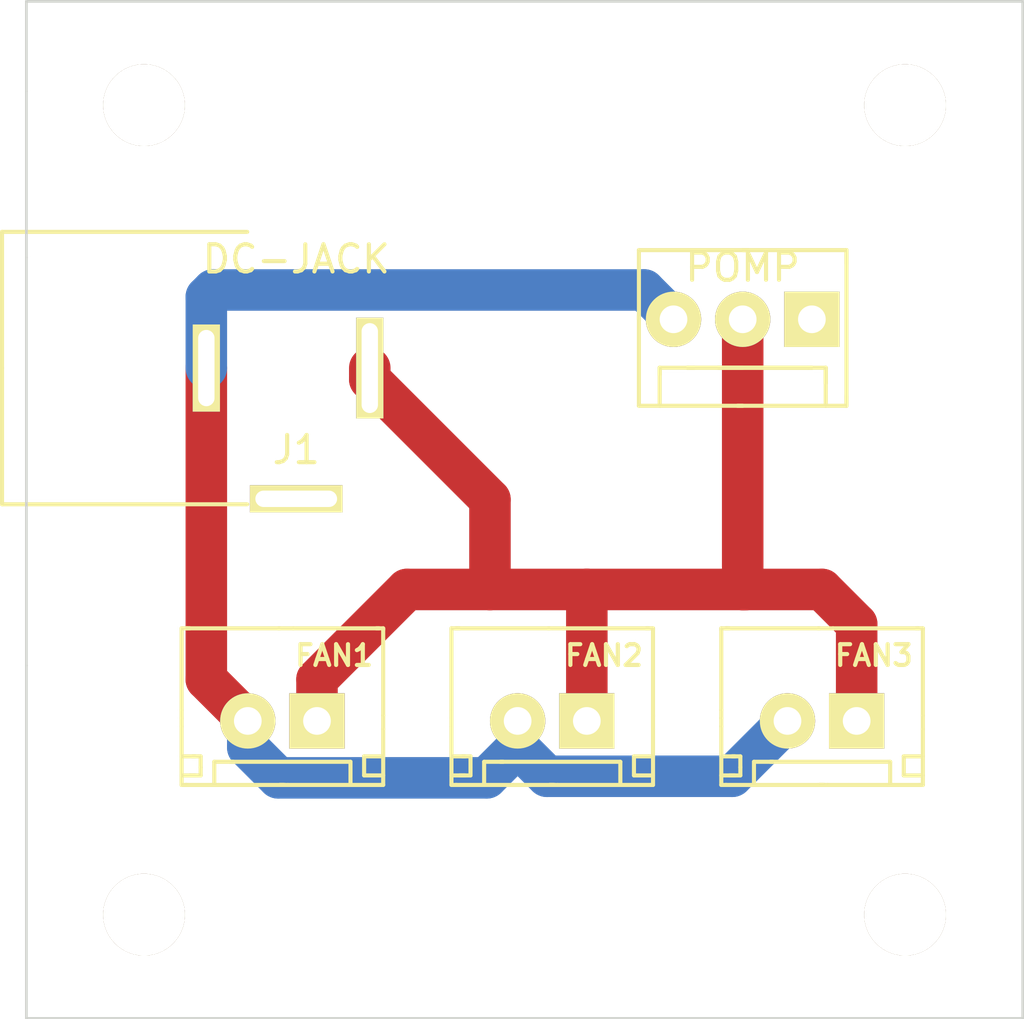
<source format=kicad_pcb>
(kicad_pcb (version 20171130) (host pcbnew "(5.1.12)-1")

  (general
    (thickness 1.6)
    (drawings 7)
    (tracks 29)
    (zones 0)
    (modules 9)
    (nets 3)
  )

  (page A3)
  (title_block
    (title "Water Cool PCB")
    (rev 1.0.0)
  )

  (layers
    (0 F.Cu signal)
    (31 B.Cu signal)
    (32 B.Adhes user hide)
    (33 F.Adhes user hide)
    (34 B.Paste user)
    (35 F.Paste user)
    (36 B.SilkS user)
    (37 F.SilkS user)
    (38 B.Mask user)
    (39 F.Mask user)
    (40 Dwgs.User user)
    (41 Cmts.User user)
    (42 Eco1.User user)
    (43 Eco2.User user)
    (44 Edge.Cuts user)
  )

  (setup
    (last_trace_width 0.254)
    (trace_clearance 0.254)
    (zone_clearance 0.508)
    (zone_45_only no)
    (trace_min 0.254)
    (via_size 0.889)
    (via_drill 0.635)
    (via_min_size 0.59944)
    (via_min_drill 0.39878)
    (uvia_size 0.508)
    (uvia_drill 0.127)
    (uvias_allowed no)
    (uvia_min_size 0.508)
    (uvia_min_drill 0.127)
    (edge_width 0.1)
    (segment_width 0.2)
    (pcb_text_width 0.3)
    (pcb_text_size 1.5 1.5)
    (mod_edge_width 0.15)
    (mod_text_size 1 1)
    (mod_text_width 0.15)
    (pad_size 2.032 2.032)
    (pad_drill 1.016)
    (pad_to_mask_clearance 0)
    (aux_axis_origin 0 0)
    (visible_elements 7FFFFFFF)
    (pcbplotparams
      (layerselection 0x00030_ffffffff)
      (usegerberextensions true)
      (usegerberattributes true)
      (usegerberadvancedattributes true)
      (creategerberjobfile true)
      (excludeedgelayer true)
      (linewidth 0.150000)
      (plotframeref false)
      (viasonmask false)
      (mode 1)
      (useauxorigin false)
      (hpglpennumber 1)
      (hpglpenspeed 20)
      (hpglpendiameter 15.000000)
      (psnegative false)
      (psa4output false)
      (plotreference true)
      (plotvalue true)
      (plotinvisibletext false)
      (padsonsilk false)
      (subtractmaskfromsilk true)
      (outputformat 1)
      (mirror false)
      (drillshape 0)
      (scaleselection 1)
      (outputdirectory "Gaber/"))
  )

  (net 0 "")
  (net 1 +12V)
  (net 2 GND)

  (net_class Default "これは標準のネット クラスです。"
    (clearance 0.254)
    (trace_width 0.254)
    (via_dia 0.889)
    (via_drill 0.635)
    (uvia_dia 0.508)
    (uvia_drill 0.127)
  )

  (net_class 12V ""
    (clearance 0.254)
    (trace_width 1.524)
    (via_dia 1.143)
    (via_drill 0.889)
    (uvia_dia 0.508)
    (uvia_drill 0.127)
    (add_net +12V)
    (add_net GND)
  )

  (module DC-005 (layer F.Cu) (tedit 55CC3F9B) (tstamp 55CE7E7D)
    (at 54.61 34.29)
    (path /55CC38E6)
    (fp_text reference J1 (at 0 3) (layer F.SilkS)
      (effects (font (size 1 1) (thickness 0.15)))
    )
    (fp_text value DC-JACK (at 0 -4) (layer F.SilkS)
      (effects (font (size 1 1) (thickness 0.15)))
    )
    (fp_line (start -10.8 0) (end -10.8 -5) (layer F.SilkS) (width 0.15))
    (fp_line (start -10.8 5) (end -1.8 5) (layer F.SilkS) (width 0.15))
    (fp_line (start -10.8 0) (end -10.8 5) (layer F.SilkS) (width 0.15))
    (fp_line (start -10.8 -5) (end -1.8 -5) (layer F.SilkS) (width 0.15))
    (pad 1 thru_hole trapezoid (at 2.7 0) (size 1 3.7) (drill oval 0.6 3.3) (layers *.Cu *.Mask F.SilkS)
      (net 1 +12V))
    (pad 2 thru_hole rect (at -3.3 0) (size 1 3.2) (drill oval 0.6 2.8) (layers *.Cu *.Mask F.SilkS)
      (net 2 GND))
    (pad 3 thru_hole rect (at 0 4.8) (size 3.4 1) (drill oval 3 0.6) (layers *.Cu *.Mask F.SilkS))
  )

  (module B2B-XH-A (layer F.Cu) (tedit 559CFB2A) (tstamp 55CE7EA6)
    (at 54.102 47.244 180)
    (descr "Connecteurs 2 pins")
    (tags "CONN DEV")
    (path /55CC3A85)
    (fp_text reference J3 (at 0 -1.99898 180) (layer F.SilkS) hide
      (effects (font (size 0.762 0.762) (thickness 0.1524)))
    )
    (fp_text value FAN1 (at -1.9 2.4 180) (layer F.SilkS)
      (effects (font (size 0.762 0.762) (thickness 0.1524)))
    )
    (fp_line (start -3.7 -0.3) (end -3.7 0.2) (layer F.SilkS) (width 0.15))
    (fp_line (start 3.7 0.1) (end 3.7 0.4) (layer F.SilkS) (width 0.15))
    (fp_line (start 3.7 -0.2) (end 3.7 0.1) (layer F.SilkS) (width 0.15))
    (fp_line (start 0.1 -2.35) (end -0.2 -2.35) (layer F.SilkS) (width 0.15))
    (fp_line (start -0.05 -2.35) (end 0.1 -2.35) (layer F.SilkS) (width 0.15))
    (fp_line (start -0.4 3.4) (end -3.55 3.4) (layer F.SilkS) (width 0.15))
    (fp_line (start 0.15 3.4) (end -0.4 3.4) (layer F.SilkS) (width 0.15))
    (fp_line (start -3.7 3.4) (end -3.45 3.4) (layer F.SilkS) (width 0.15))
    (fp_line (start -3.7 3.35) (end -3.7 3.4) (layer F.SilkS) (width 0.15))
    (fp_line (start -3.7 0.2) (end -3.7 3.35) (layer F.SilkS) (width 0.15))
    (fp_line (start 3.5 3.4) (end 3.55 3.4) (layer F.SilkS) (width 0.15))
    (fp_line (start 0.1 3.4) (end 3.5 3.4) (layer F.SilkS) (width 0.15))
    (fp_line (start 3.7 3.4) (end 3.4 3.4) (layer F.SilkS) (width 0.15))
    (fp_line (start 3.7 3.35) (end 3.7 3.4) (layer F.SilkS) (width 0.15))
    (fp_line (start 3.7 0.4) (end 3.7 3.35) (layer F.SilkS) (width 0.15))
    (fp_line (start -3.6 -2.35) (end -3.65 -2.35) (layer F.SilkS) (width 0.15))
    (fp_line (start -0.2 -2.35) (end -3.6 -2.35) (layer F.SilkS) (width 0.15))
    (fp_line (start -0.1 -2.35) (end 3.55 -2.35) (layer F.SilkS) (width 0.15))
    (fp_line (start -3.7 -2.35) (end -3.65 -2.35) (layer F.SilkS) (width 0.15))
    (fp_line (start -3.7 -0.3) (end -3.7 -2.35) (layer F.SilkS) (width 0.15))
    (fp_line (start 3.7 -2.35) (end 3.5 -2.35) (layer F.SilkS) (width 0.15))
    (fp_line (start 3.7 -0.2) (end 3.7 -2.35) (layer F.SilkS) (width 0.15))
    (fp_line (start -2.5 -1.5) (end 1.9 -1.5) (layer F.SilkS) (width 0.15))
    (fp_line (start -2.5 -2.3) (end -2.5 -1.5) (layer F.SilkS) (width 0.15))
    (fp_line (start 2.5 -1.5) (end 2.5 -2.3) (layer F.SilkS) (width 0.15))
    (fp_line (start 1.8 -1.5) (end 2.5 -1.5) (layer F.SilkS) (width 0.15))
    (fp_line (start -3 -1.3) (end -3.7 -1.3) (layer F.SilkS) (width 0.15))
    (fp_line (start -3 -2) (end -3 -1.3) (layer F.SilkS) (width 0.15))
    (fp_line (start -3.7 -2) (end -3 -2) (layer F.SilkS) (width 0.15))
    (fp_line (start 3.7 -1.3) (end 3.2 -1.3) (layer F.SilkS) (width 0.15))
    (fp_line (start 3.7 -2) (end 3.2 -2) (layer F.SilkS) (width 0.15))
    (fp_line (start 3 -1.3) (end 3.3 -1.3) (layer F.SilkS) (width 0.15))
    (fp_line (start 3 -1.7) (end 3 -1.3) (layer F.SilkS) (width 0.15))
    (fp_line (start 3 -2) (end 3.4 -2) (layer F.SilkS) (width 0.15))
    (fp_line (start 3 -1.7) (end 3 -2) (layer F.SilkS) (width 0.15))
    (pad 1 thru_hole rect (at -1.27 0 180) (size 2.032 2.032) (drill 1.016) (layers *.Cu *.Mask F.SilkS)
      (net 1 +12V))
    (pad 2 thru_hole circle (at 1.27 0 180) (size 2.032 2.032) (drill 1.016) (layers *.Cu *.Mask F.SilkS)
      (net 2 GND))
    (model pin_array/pins_array_2x1.wrl
      (at (xyz 0 0 0))
      (scale (xyz 1 1 1))
      (rotate (xyz 0 0 0))
    )
  )

  (module B2B-XH-A (layer F.Cu) (tedit 559CFB2A) (tstamp 55CE7ECF)
    (at 64.008 47.244 180)
    (descr "Connecteurs 2 pins")
    (tags "CONN DEV")
    (path /55CC3A92)
    (fp_text reference J4 (at 0 -1.99898 180) (layer F.SilkS) hide
      (effects (font (size 0.762 0.762) (thickness 0.1524)))
    )
    (fp_text value FAN2 (at -1.9 2.4 180) (layer F.SilkS)
      (effects (font (size 0.762 0.762) (thickness 0.1524)))
    )
    (fp_line (start -3.7 -0.3) (end -3.7 0.2) (layer F.SilkS) (width 0.15))
    (fp_line (start 3.7 0.1) (end 3.7 0.4) (layer F.SilkS) (width 0.15))
    (fp_line (start 3.7 -0.2) (end 3.7 0.1) (layer F.SilkS) (width 0.15))
    (fp_line (start 0.1 -2.35) (end -0.2 -2.35) (layer F.SilkS) (width 0.15))
    (fp_line (start -0.05 -2.35) (end 0.1 -2.35) (layer F.SilkS) (width 0.15))
    (fp_line (start -0.4 3.4) (end -3.55 3.4) (layer F.SilkS) (width 0.15))
    (fp_line (start 0.15 3.4) (end -0.4 3.4) (layer F.SilkS) (width 0.15))
    (fp_line (start -3.7 3.4) (end -3.45 3.4) (layer F.SilkS) (width 0.15))
    (fp_line (start -3.7 3.35) (end -3.7 3.4) (layer F.SilkS) (width 0.15))
    (fp_line (start -3.7 0.2) (end -3.7 3.35) (layer F.SilkS) (width 0.15))
    (fp_line (start 3.5 3.4) (end 3.55 3.4) (layer F.SilkS) (width 0.15))
    (fp_line (start 0.1 3.4) (end 3.5 3.4) (layer F.SilkS) (width 0.15))
    (fp_line (start 3.7 3.4) (end 3.4 3.4) (layer F.SilkS) (width 0.15))
    (fp_line (start 3.7 3.35) (end 3.7 3.4) (layer F.SilkS) (width 0.15))
    (fp_line (start 3.7 0.4) (end 3.7 3.35) (layer F.SilkS) (width 0.15))
    (fp_line (start -3.6 -2.35) (end -3.65 -2.35) (layer F.SilkS) (width 0.15))
    (fp_line (start -0.2 -2.35) (end -3.6 -2.35) (layer F.SilkS) (width 0.15))
    (fp_line (start -0.1 -2.35) (end 3.55 -2.35) (layer F.SilkS) (width 0.15))
    (fp_line (start -3.7 -2.35) (end -3.65 -2.35) (layer F.SilkS) (width 0.15))
    (fp_line (start -3.7 -0.3) (end -3.7 -2.35) (layer F.SilkS) (width 0.15))
    (fp_line (start 3.7 -2.35) (end 3.5 -2.35) (layer F.SilkS) (width 0.15))
    (fp_line (start 3.7 -0.2) (end 3.7 -2.35) (layer F.SilkS) (width 0.15))
    (fp_line (start -2.5 -1.5) (end 1.9 -1.5) (layer F.SilkS) (width 0.15))
    (fp_line (start -2.5 -2.3) (end -2.5 -1.5) (layer F.SilkS) (width 0.15))
    (fp_line (start 2.5 -1.5) (end 2.5 -2.3) (layer F.SilkS) (width 0.15))
    (fp_line (start 1.8 -1.5) (end 2.5 -1.5) (layer F.SilkS) (width 0.15))
    (fp_line (start -3 -1.3) (end -3.7 -1.3) (layer F.SilkS) (width 0.15))
    (fp_line (start -3 -2) (end -3 -1.3) (layer F.SilkS) (width 0.15))
    (fp_line (start -3.7 -2) (end -3 -2) (layer F.SilkS) (width 0.15))
    (fp_line (start 3.7 -1.3) (end 3.2 -1.3) (layer F.SilkS) (width 0.15))
    (fp_line (start 3.7 -2) (end 3.2 -2) (layer F.SilkS) (width 0.15))
    (fp_line (start 3 -1.3) (end 3.3 -1.3) (layer F.SilkS) (width 0.15))
    (fp_line (start 3 -1.7) (end 3 -1.3) (layer F.SilkS) (width 0.15))
    (fp_line (start 3 -2) (end 3.4 -2) (layer F.SilkS) (width 0.15))
    (fp_line (start 3 -1.7) (end 3 -2) (layer F.SilkS) (width 0.15))
    (pad 1 thru_hole rect (at -1.27 0 180) (size 2.032 2.032) (drill 1.016) (layers *.Cu *.Mask F.SilkS)
      (net 1 +12V))
    (pad 2 thru_hole circle (at 1.27 0 180) (size 2.032 2.032) (drill 1.016) (layers *.Cu *.Mask F.SilkS)
      (net 2 GND))
    (model pin_array/pins_array_2x1.wrl
      (at (xyz 0 0 0))
      (scale (xyz 1 1 1))
      (rotate (xyz 0 0 0))
    )
  )

  (module B2B-XH-A (layer F.Cu) (tedit 559CFB2A) (tstamp 55CE7EF8)
    (at 73.914 47.244 180)
    (descr "Connecteurs 2 pins")
    (tags "CONN DEV")
    (path /55CC3A98)
    (fp_text reference J5 (at 0 -1.99898 180) (layer F.SilkS) hide
      (effects (font (size 0.762 0.762) (thickness 0.1524)))
    )
    (fp_text value FAN3 (at -1.9 2.4 180) (layer F.SilkS)
      (effects (font (size 0.762 0.762) (thickness 0.1524)))
    )
    (fp_line (start -3.7 -0.3) (end -3.7 0.2) (layer F.SilkS) (width 0.15))
    (fp_line (start 3.7 0.1) (end 3.7 0.4) (layer F.SilkS) (width 0.15))
    (fp_line (start 3.7 -0.2) (end 3.7 0.1) (layer F.SilkS) (width 0.15))
    (fp_line (start 0.1 -2.35) (end -0.2 -2.35) (layer F.SilkS) (width 0.15))
    (fp_line (start -0.05 -2.35) (end 0.1 -2.35) (layer F.SilkS) (width 0.15))
    (fp_line (start -0.4 3.4) (end -3.55 3.4) (layer F.SilkS) (width 0.15))
    (fp_line (start 0.15 3.4) (end -0.4 3.4) (layer F.SilkS) (width 0.15))
    (fp_line (start -3.7 3.4) (end -3.45 3.4) (layer F.SilkS) (width 0.15))
    (fp_line (start -3.7 3.35) (end -3.7 3.4) (layer F.SilkS) (width 0.15))
    (fp_line (start -3.7 0.2) (end -3.7 3.35) (layer F.SilkS) (width 0.15))
    (fp_line (start 3.5 3.4) (end 3.55 3.4) (layer F.SilkS) (width 0.15))
    (fp_line (start 0.1 3.4) (end 3.5 3.4) (layer F.SilkS) (width 0.15))
    (fp_line (start 3.7 3.4) (end 3.4 3.4) (layer F.SilkS) (width 0.15))
    (fp_line (start 3.7 3.35) (end 3.7 3.4) (layer F.SilkS) (width 0.15))
    (fp_line (start 3.7 0.4) (end 3.7 3.35) (layer F.SilkS) (width 0.15))
    (fp_line (start -3.6 -2.35) (end -3.65 -2.35) (layer F.SilkS) (width 0.15))
    (fp_line (start -0.2 -2.35) (end -3.6 -2.35) (layer F.SilkS) (width 0.15))
    (fp_line (start -0.1 -2.35) (end 3.55 -2.35) (layer F.SilkS) (width 0.15))
    (fp_line (start -3.7 -2.35) (end -3.65 -2.35) (layer F.SilkS) (width 0.15))
    (fp_line (start -3.7 -0.3) (end -3.7 -2.35) (layer F.SilkS) (width 0.15))
    (fp_line (start 3.7 -2.35) (end 3.5 -2.35) (layer F.SilkS) (width 0.15))
    (fp_line (start 3.7 -0.2) (end 3.7 -2.35) (layer F.SilkS) (width 0.15))
    (fp_line (start -2.5 -1.5) (end 1.9 -1.5) (layer F.SilkS) (width 0.15))
    (fp_line (start -2.5 -2.3) (end -2.5 -1.5) (layer F.SilkS) (width 0.15))
    (fp_line (start 2.5 -1.5) (end 2.5 -2.3) (layer F.SilkS) (width 0.15))
    (fp_line (start 1.8 -1.5) (end 2.5 -1.5) (layer F.SilkS) (width 0.15))
    (fp_line (start -3 -1.3) (end -3.7 -1.3) (layer F.SilkS) (width 0.15))
    (fp_line (start -3 -2) (end -3 -1.3) (layer F.SilkS) (width 0.15))
    (fp_line (start -3.7 -2) (end -3 -2) (layer F.SilkS) (width 0.15))
    (fp_line (start 3.7 -1.3) (end 3.2 -1.3) (layer F.SilkS) (width 0.15))
    (fp_line (start 3.7 -2) (end 3.2 -2) (layer F.SilkS) (width 0.15))
    (fp_line (start 3 -1.3) (end 3.3 -1.3) (layer F.SilkS) (width 0.15))
    (fp_line (start 3 -1.7) (end 3 -1.3) (layer F.SilkS) (width 0.15))
    (fp_line (start 3 -2) (end 3.4 -2) (layer F.SilkS) (width 0.15))
    (fp_line (start 3 -1.7) (end 3 -2) (layer F.SilkS) (width 0.15))
    (pad 1 thru_hole rect (at -1.27 0 180) (size 2.032 2.032) (drill 1.016) (layers *.Cu *.Mask F.SilkS)
      (net 1 +12V))
    (pad 2 thru_hole circle (at 1.27 0 180) (size 2.032 2.032) (drill 1.016) (layers *.Cu *.Mask F.SilkS)
      (net 2 GND))
    (model pin_array/pins_array_2x1.wrl
      (at (xyz 0 0 0))
      (scale (xyz 1 1 1))
      (rotate (xyz 0 0 0))
    )
  )

  (module HOLE_M3 (layer F.Cu) (tedit 50EFFF5E) (tstamp 55CF67F0)
    (at 49.022 24.638)
    (fp_text reference Ref**_4 (at 0 0) (layer F.SilkS) hide
      (effects (font (size 1.00076 1.00076) (thickness 0.20066)))
    )
    (fp_text value Val** (at 0 0) (layer F.SilkS) hide
      (effects (font (size 1.00076 1.00076) (thickness 0.20066)))
    )
    (pad "" thru_hole circle (at 0 0) (size 2.99974 2.99974) (drill 2.99974) (layers *.Cu *.Mask F.SilkS)
      (clearance 1.50114))
  )

  (module HOLE_M3 (layer F.Cu) (tedit 50EFFF5E) (tstamp 55CF67F9)
    (at 76.962 24.638)
    (fp_text reference Ref**_3 (at 0 0) (layer F.SilkS) hide
      (effects (font (size 1.00076 1.00076) (thickness 0.20066)))
    )
    (fp_text value Val** (at 0 0) (layer F.SilkS) hide
      (effects (font (size 1.00076 1.00076) (thickness 0.20066)))
    )
    (pad "" thru_hole circle (at 0 0) (size 2.99974 2.99974) (drill 2.99974) (layers *.Cu *.Mask F.SilkS)
      (clearance 1.50114))
  )

  (module HOLE_M3 (layer F.Cu) (tedit 50EFFF5E) (tstamp 55CF6802)
    (at 49.022 54.356)
    (fp_text reference Ref**_2 (at 0 0) (layer F.SilkS) hide
      (effects (font (size 1.00076 1.00076) (thickness 0.20066)))
    )
    (fp_text value Val** (at 0 0) (layer F.SilkS) hide
      (effects (font (size 1.00076 1.00076) (thickness 0.20066)))
    )
    (pad "" thru_hole circle (at 0 0) (size 2.99974 2.99974) (drill 2.99974) (layers *.Cu *.Mask F.SilkS)
      (clearance 1.50114))
  )

  (module HOLE_M3 (layer F.Cu) (tedit 50EFFF5E) (tstamp 55CF6886)
    (at 76.962 54.356)
    (fp_text reference Ref** (at 0 0) (layer F.SilkS) hide
      (effects (font (size 1.00076 1.00076) (thickness 0.20066)))
    )
    (fp_text value Val** (at 0 0) (layer F.SilkS) hide
      (effects (font (size 1.00076 1.00076) (thickness 0.20066)))
    )
    (pad "" thru_hole circle (at 0 0) (size 2.99974 2.99974) (drill 2.99974) (layers *.Cu *.Mask F.SilkS)
      (clearance 1.50114))
  )

  (module 640454-3 (layer F.Cu) (tedit 5691DA6E) (tstamp 5691DC68)
    (at 71 32.5 180)
    (path /5691DB1A)
    (fp_text reference J2 (at 0 -2.3495 180) (layer F.SilkS) hide
      (effects (font (size 1 1) (thickness 0.15)))
    )
    (fp_text value POMP (at 0 1.905 180) (layer F.SilkS)
      (effects (font (size 1 1) (thickness 0.15)))
    )
    (fp_line (start 0 -3.175) (end 3.81 -3.175) (layer F.SilkS) (width 0.15))
    (fp_line (start -3.81 0) (end -3.81 2.54) (layer F.SilkS) (width 0.15))
    (fp_line (start -3.81 0) (end -3.81 -3.175) (layer F.SilkS) (width 0.15))
    (fp_line (start 3.81 0) (end 3.81 2.54) (layer F.SilkS) (width 0.15))
    (fp_line (start 3.81 0.127) (end 3.81 -3.175) (layer F.SilkS) (width 0.15))
    (fp_line (start -2.54 -1.778) (end 2.032 -1.778) (layer F.SilkS) (width 0.15))
    (fp_line (start 0.889 -1.778) (end -2.54 -1.778) (layer F.SilkS) (width 0.15))
    (fp_line (start 0 -1.778) (end 0.889 -1.778) (layer F.SilkS) (width 0.15))
    (fp_line (start -3.048 -1.778) (end -3.048 -3.175) (layer F.SilkS) (width 0.15))
    (fp_line (start -2.413 -1.778) (end 2.032 -1.778) (layer F.SilkS) (width 0.15))
    (fp_line (start 3.048 -1.778) (end 3.048 -3.175) (layer F.SilkS) (width 0.15))
    (fp_line (start -0.1905 2.54) (end 3.81 2.54) (layer F.SilkS) (width 0.15))
    (fp_line (start -3.81 2.54) (end -3.81 2.032) (layer F.SilkS) (width 0.15))
    (fp_line (start 0 2.54) (end -3.81 2.54) (layer F.SilkS) (width 0.15))
    (fp_line (start -3.048 -1.778) (end -3.048 -2.3495) (layer F.SilkS) (width 0.15))
    (fp_line (start -2.413 -1.778) (end -3.048 -1.778) (layer F.SilkS) (width 0.15))
    (fp_line (start 3.048 -1.778) (end 3.048 -2.032) (layer F.SilkS) (width 0.15))
    (fp_line (start 1.778 -1.778) (end 3.048 -1.778) (layer F.SilkS) (width 0.15))
    (fp_line (start -3.81 -3.175) (end -3.81 -2.794) (layer F.SilkS) (width 0.15))
    (fp_line (start 0.1905 -3.175) (end -3.81 -3.175) (layer F.SilkS) (width 0.15))
    (pad 1 thru_hole trapezoid (at -2.54 0 180) (size 2.032 2.032) (drill 1.016) (layers *.Cu *.Mask F.SilkS))
    (pad 2 thru_hole circle (at 0 0 180) (size 2.032 2.032) (drill 1.016) (layers *.Cu *.Mask F.SilkS)
      (net 1 +12V))
    (pad 3 thru_hole circle (at 2.54 0 180) (size 2.032 2.032) (drill 1.016) (layers *.Cu *.Mask F.SilkS)
      (net 2 GND))
  )

  (gr_line (start 44.704 58.166) (end 44.704 45.212) (angle 90) (layer Edge.Cuts) (width 0.1))
  (gr_line (start 81.28 58.166) (end 44.704 58.166) (angle 90) (layer Edge.Cuts) (width 0.1))
  (gr_line (start 81.28 20.828) (end 81.28 58.166) (angle 90) (layer Edge.Cuts) (width 0.1))
  (gr_line (start 44.704 20.828) (end 81.28 20.828) (angle 90) (layer Edge.Cuts) (width 0.1))
  (gr_line (start 44.704 24.13) (end 44.704 20.828) (angle 90) (layer Edge.Cuts) (width 0.1))
  (gr_line (start 44.704 30.226) (end 44.704 24.13) (angle 90) (layer Edge.Cuts) (width 0.1))
  (gr_line (start 44.704 30.226) (end 44.704 45.212) (angle 90) (layer Edge.Cuts) (width 0.1))

  (segment (start 71.12 42.418) (end 73.914 42.418) (width 1.524) (layer F.Cu) (net 1))
  (segment (start 73.914 42.418) (end 75.184 43.688) (width 1.524) (layer F.Cu) (net 1))
  (segment (start 75.184 43.688) (end 75.184 47.244) (width 1.524) (layer F.Cu) (net 1))
  (segment (start 71 42.418) (end 71.12 42.418) (width 1.524) (layer F.Cu) (net 1))
  (segment (start 65.278 42.418) (end 71 42.418) (width 1.524) (layer F.Cu) (net 1))
  (segment (start 71 42.418) (end 71.12 42.418) (width 1.524) (layer F.Cu) (net 1))
  (segment (start 71 32.5) (end 71 42.418) (width 1.524) (layer F.Cu) (net 1))
  (segment (start 61.722 42.418) (end 65.278 42.418) (width 1.524) (layer F.Cu) (net 1))
  (segment (start 55.372 47.244) (end 55.372 45.72) (width 1.524) (layer F.Cu) (net 1))
  (segment (start 55.372 45.72) (end 58.674 42.418) (width 1.524) (layer F.Cu) (net 1))
  (segment (start 58.674 42.418) (end 61.722 42.418) (width 1.524) (layer F.Cu) (net 1))
  (segment (start 65.278 47.244) (end 65.278 42.418) (width 1.524) (layer F.Cu) (net 1))
  (segment (start 57.31 34.29) (end 57.31 34.704) (width 1.524) (layer F.Cu) (net 1))
  (segment (start 57.31 34.704) (end 61.722 39.116) (width 1.524) (layer F.Cu) (net 1))
  (segment (start 61.722 39.116) (end 61.722 42.418) (width 1.524) (layer F.Cu) (net 1))
  (segment (start 52.832 47.244) (end 51.31 45.722) (width 1.524) (layer F.Cu) (net 2))
  (segment (start 51.31 45.722) (end 51.31 34.29) (width 1.524) (layer F.Cu) (net 2))
  (segment (start 62.738 48.1968) (end 62.738 47.244) (width 1.524) (layer B.Cu) (net 2))
  (segment (start 72.644 47.244) (end 70.6118 49.2762) (width 1.524) (layer B.Cu) (net 2))
  (segment (start 70.6118 49.2762) (end 63.8174 49.2762) (width 1.524) (layer B.Cu) (net 2))
  (segment (start 63.8174 49.2762) (end 62.738 48.1968) (width 1.524) (layer B.Cu) (net 2))
  (segment (start 62.738 48.1968) (end 61.6016 49.3332) (width 1.524) (layer B.Cu) (net 2))
  (segment (start 61.6016 49.3332) (end 53.9495 49.3332) (width 1.524) (layer B.Cu) (net 2))
  (segment (start 53.9495 49.3332) (end 52.832 48.2157) (width 1.524) (layer B.Cu) (net 2))
  (segment (start 52.832 48.2157) (end 52.832 47.244) (width 1.524) (layer B.Cu) (net 2))
  (segment (start 51.31 34.29) (end 51.31 31.6739) (width 1.524) (layer B.Cu) (net 2))
  (segment (start 68.46 32.5) (end 67.3838 31.4238) (width 1.524) (layer B.Cu) (net 2))
  (segment (start 67.3838 31.4238) (end 51.5601 31.4238) (width 1.524) (layer B.Cu) (net 2))
  (segment (start 51.5601 31.4238) (end 51.31 31.6739) (width 1.524) (layer B.Cu) (net 2))

)

</source>
